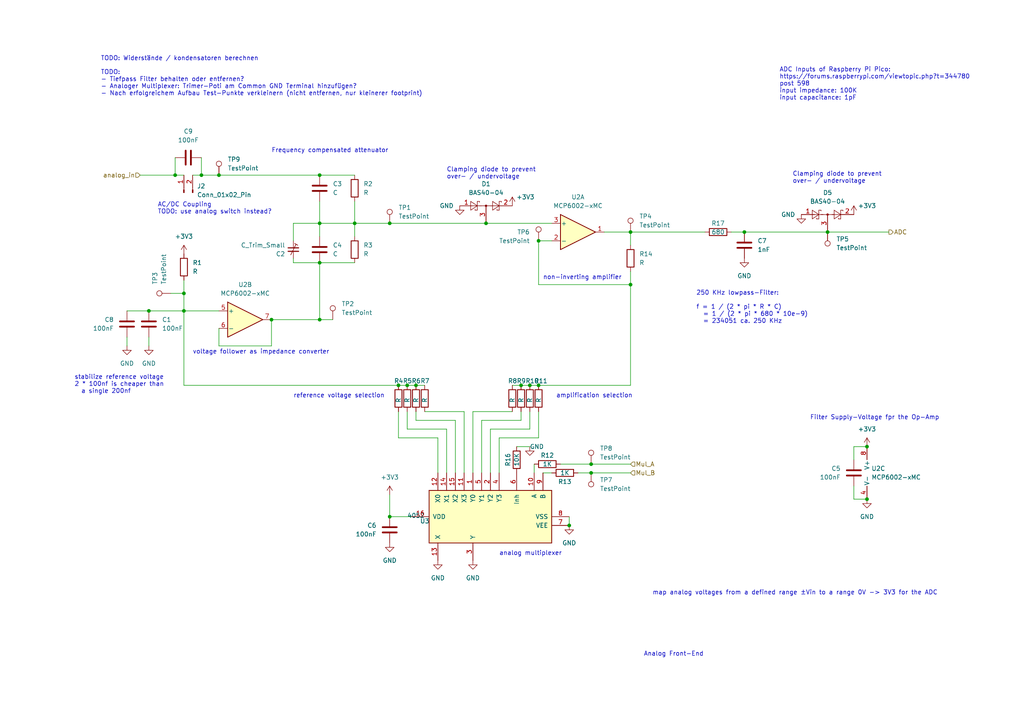
<source format=kicad_sch>
(kicad_sch (version 20230121) (generator eeschema)
  (paper "A4")
  (lib_symbols
    (symbol "4xxx:4052" (pin_names (offset 1.016))
      (property "Reference" "U" (at -7.62 19.05 0))
      (property "Value" "4052" (at -7.62 -19.05 0))
      (symbol "4052_1_0"
        (pin passive line (at -12.7 5.08 0) (length 5.08) (name "Y0") (number "1"))
        (pin input line (at -12.7 -12.7 0) (length 5.08) (name "A") (number "10"))
        (pin passive line (at -12.7 7.62 0) (length 5.08) (name "X3") (number "11"))
        (pin passive line (at -12.7 15.24 0) (length 5.08) (name "X0") (number "12"))
        (pin passive line (at 12.7 15.24 180) (length 5.08) (name "X") (number "13"))
        (pin passive line (at -12.7 12.7 0) (length 5.08) (name "X1") (number "14"))
        (pin passive line (at -12.7 10.16 0) (length 5.08) (name "X2") (number "15"))
        (pin power_in line (at 0 22.86 270) (length 5.08) (name "VDD") (number "16"))
        (pin passive line (at -12.7 0 0) (length 5.08) (name "Y2") (number "2"))
        (pin passive line (at 12.7 5.08 180) (length 5.08) (name "Y") (number "3"))
        (pin passive line (at -12.7 -2.54 0) (length 5.08) (name "Y3") (number "4"))
        (pin passive line (at -12.7 2.54 0) (length 5.08) (name "Y1") (number "5"))
        (pin input line (at -12.7 -7.62 0) (length 5.08) (name "Inh") (number "6"))
        (pin power_in line (at 2.54 -22.86 90) (length 5.08) (name "VEE") (number "7"))
        (pin power_in line (at 0 -22.86 90) (length 5.08) (name "VSS") (number "8"))
        (pin input line (at -12.7 -15.24 0) (length 5.08) (name "B") (number "9"))
      )
      (symbol "4052_1_1"
        (rectangle (start -7.62 17.78) (end 7.62 -17.78) (stroke (width 0.254)) (fill (type background)))
      )
    )
    (symbol "Amplifier_Operational:MCP6002-xMC" (pin_names (offset 0.127))
      (property "Reference" "U" (at 0 5.08 0))
      (property "Value" "MCP6002-xMC" (at 0 -5.08 0))
      (symbol "MCP6002-xMC_1_1"
        (polyline (pts (xy -5.08 5.08) (xy 5.08 0) (xy -5.08 -5.08) (xy -5.08 5.08)) (stroke (width 0.254)) (fill (type background)))
        (pin output line (at 7.62 0 180) (length 2.54) (name "~") (number "1"))
        (pin input line (at -7.62 -2.54 0) (length 2.54) (name "-") (number "2"))
        (pin input line (at -7.62 2.54 0) (length 2.54) (name "+") (number "3"))
      )
      (symbol "MCP6002-xMC_2_1"
        (polyline (pts (xy -5.08 5.08) (xy 5.08 0) (xy -5.08 -5.08) (xy -5.08 5.08)) (stroke (width 0.254)) (fill (type background)))
        (pin input line (at -7.62 2.54 0) (length 2.54) (name "+") (number "5"))
        (pin input line (at -7.62 -2.54 0) (length 2.54) (name "-") (number "6"))
        (pin output line (at 7.62 0 180) (length 2.54) (name "~") (number "7"))
      )
      (symbol "MCP6002-xMC_3_1"
        (pin power_in line (at -2.54 -7.62 90) (length 3.81) (name "V-") (number "4"))
        (pin power_in line (at -2.54 7.62 270) (length 3.81) (name "V+") (number "8"))
        (pin passive line (at -2.54 -7.62 90) (length 3.81) hide (name "V-") (number "9"))
      )
    )
    (symbol "Connector:Conn_01x02_Pin" (pin_names (offset 1.016) hide)
      (property "Reference" "J" (at 0 2.54 0))
      (property "Value" "Conn_01x02_Pin" (at 0 -5.08 0))
      (symbol "Conn_01x02_Pin_1_1"
        (polyline (pts (xy 1.27 -2.54) (xy 0.8636 -2.54)) (stroke (width 0.1524)))
        (polyline (pts (xy 1.27 0) (xy 0.8636 0)) (stroke (width 0.1524)))
        (rectangle (start 0.8636 -2.413) (end 0 -2.667) (stroke (width 0.1524)) (fill (type outline)))
        (rectangle (start 0.8636 0.127) (end 0 -0.127) (stroke (width 0.1524)) (fill (type outline)))
        (pin passive line (at 5.08 0 180) (length 3.81) (name "Pin_1") (number "1"))
        (pin passive line (at 5.08 -2.54 180) (length 3.81) (name "Pin_2") (number "2"))
      )
    )
    (symbol "Connector:TestPoint" (pin_numbers hide) (pin_names (offset 0.762) hide)
      (property "Reference" "TP" (at 0 6.858 0))
      (property "Value" "TestPoint" (at 0 5.08 0))
      (symbol "TestPoint_0_1"
        (circle (center 0 3.302) (radius 0.762))
      )
      (symbol "TestPoint_1_1"
        (pin passive line (at 0 0 90) (length 2.54) (name "1") (number "1"))
      )
    )
    (symbol "Device:C" (pin_numbers hide) (pin_names (offset 0.254))
      (property "Reference" "C" (at 0.635 2.54 0))
      (property "Value" "C" (at 0.635 -2.54 0))
      (symbol "C_0_1"
        (polyline (pts (xy -2.032 -0.762) (xy 2.032 -0.762)) (stroke (width 0.508)))
        (polyline (pts (xy -2.032 0.762) (xy 2.032 0.762)) (stroke (width 0.508)))
      )
      (symbol "C_1_1"
        (pin passive line (at 0 3.81 270) (length 2.794) (name "~") (number "1"))
        (pin passive line (at 0 -3.81 90) (length 2.794) (name "~") (number "2"))
      )
    )
    (symbol "Device:C_Trim_Small" (pin_numbers hide) (pin_names (offset 0.254) hide)
      (property "Reference" "C" (at 1.524 -2.032 0))
      (property "Value" "C_Trim_Small" (at 3.048 -3.556 0))
      (symbol "C_Trim_Small_0_1"
        (polyline (pts (xy -1.524 -0.508) (xy 1.524 -0.508)) (stroke (width 0.3048)))
        (polyline (pts (xy -1.524 0.508) (xy 1.524 0.508)) (stroke (width 0.3048)))
        (polyline (pts (xy 0.762 1.524) (xy -0.762 -1.524)) (stroke (width 0.1778)))
        (polyline (pts (xy 1.27 1.27) (xy 0.381 1.778)) (stroke (width 0.1778)))
      )
      (symbol "C_Trim_Small_1_1"
        (pin passive line (at 0 2.54 270) (length 2.032) (name "~") (number "1"))
        (pin passive line (at 0 -2.54 90) (length 2.032) (name "~") (number "2"))
      )
    )
    (symbol "Device:R" (pin_numbers hide) (pin_names (offset 0))
      (property "Reference" "R" (at 2.032 0 90))
      (property "Value" "R" (at 0 0 90))
      (symbol "R_0_1"
        (rectangle (start -1.016 -2.54) (end 1.016 2.54) (stroke (width 0.254)))
      )
      (symbol "R_1_1"
        (pin passive line (at 0 3.81 270) (length 1.27) (name "~") (number "1"))
        (pin passive line (at 0 -3.81 90) (length 1.27) (name "~") (number "2"))
      )
    )
    (symbol "Diode:BAS40-04" (pin_names (offset 1.016))
      (property "Reference" "D" (at 0.635 -1.27 0))
      (property "Value" "BAS40-04" (at -6.35 5.715 0))
      (symbol "BAS40-04_0_1"
        (polyline (pts (xy -3.81 2.54) (xy -1.27 2.54)))
        (polyline (pts (xy -3.175 1.27) (xy -3.175 1.524)))
        (polyline (pts (xy -2.54 1.27) (xy -3.175 1.27)))
        (polyline (pts (xy -2.54 1.27) (xy -2.54 3.81)))
        (polyline (pts (xy -2.54 3.81) (xy -1.905 3.81)))
        (polyline (pts (xy -1.905 2.54) (xy 1.905 2.54)))
        (polyline (pts (xy -1.905 3.81) (xy -1.905 3.556)))
        (polyline (pts (xy 1.27 2.54) (xy 3.81 2.54)))
        (polyline (pts (xy 3.175 1.27) (xy 3.175 1.524)))
        (polyline (pts (xy 3.81 1.27) (xy 3.175 1.27)))
        (polyline (pts (xy 3.81 1.27) (xy 3.81 3.81)))
        (polyline (pts (xy 3.81 3.81) (xy 4.445 3.81)))
        (polyline (pts (xy 4.445 3.81) (xy 4.445 3.556)))
        (polyline (pts (xy -4.445 3.81) (xy -4.445 1.27) (xy -2.54 2.54) (xy -4.445 3.81)))
        (polyline (pts (xy 1.905 3.81) (xy 1.905 1.27) (xy 3.81 2.54) (xy 1.905 3.81)))
        (circle (center 0 2.54) (radius 0.254) (fill (type outline)))
      )
      (symbol "BAS40-04_1_1"
        (pin passive line (at -7.62 2.54 0) (length 3.81) (name "~") (number "1"))
        (pin passive line (at 7.62 2.54 180) (length 3.81) (name "~") (number "2"))
        (pin passive line (at 0 -2.54 90) (length 5.08) (name "~") (number "3"))
      )
    )
    (symbol "power:+3V3" (power) (pin_names (offset 0))
      (property "Value" "+3V3" (at 0 3.556 0))
      (symbol "+3V3_0_1"
        (polyline (pts (xy -0.762 1.27) (xy 0 2.54)))
        (polyline (pts (xy 0 0) (xy 0 2.54)))
        (polyline (pts (xy 0 2.54) (xy 0.762 1.27)))
      )
      (symbol "+3V3_1_1"
        (pin power_in line (at 0 0 90) (length 0) hide (name "+3V3") (number "1"))
      )
    )
    (symbol "power:GND" (power) (pin_names (offset 0))
      (property "Value" "GND" (at 0 -3.81 0))
      (symbol "GND_0_1"
        (polyline (pts (xy 0 0) (xy 0 -1.27) (xy 1.27 -1.27) (xy 0 -2.54) (xy -1.27 -1.27) (xy 0 -1.27)))
      )
      (symbol "GND_1_1"
        (pin power_in line (at 0 0 270) (length 0) hide (name "GND") (number "1"))
      )
    )
  )
  (junction (at 215.9 67.31))
  (junction (at 171.45 134.62))
  (junction (at 120.65 111.76))
  (junction (at 53.34 85.09))
  (junction (at 115.57 111.76))
  (junction (at 251.46 144.78))
  (junction (at 153.67 111.76))
  (junction (at 113.03 64.77))
  (junction (at 165.1 152.4))
  (junction (at 43.18 90.17))
  (junction (at 92.71 92.71))
  (junction (at 78.74 92.71))
  (junction (at 156.21 69.85))
  (junction (at 182.88 82.55))
  (junction (at 92.71 76.2))
  (junction (at 182.88 67.31))
  (junction (at 58.42 50.8))
  (junction (at 240.03 67.31))
  (junction (at 113.03 149.86))
  (junction (at 102.87 64.77))
  (junction (at 171.45 137.16))
  (junction (at 118.11 111.76))
  (junction (at 63.5 50.8))
  (junction (at 156.21 111.76))
  (junction (at 53.34 90.17))
  (junction (at 50.8 50.8))
  (junction (at 92.71 50.8))
  (junction (at 151.13 111.76))
  (junction (at 140.97 64.77))
  (junction (at 251.46 129.54))
  (junction (at 92.71 64.77))
  (wire (pts (xy 129.54 124.46) (xy 129.54 137.16)))
  (wire (pts (xy 118.11 111.76) (xy 120.65 111.76)))
  (wire (pts (xy 127 127) (xy 115.57 127)))
  (wire (pts (xy 148.59 119.38) (xy 137.16 119.38)))
  (wire (pts (xy 153.67 124.46) (xy 142.24 124.46)))
  (wire (pts (xy 63.5 95.25) (xy 63.5 100.33)))
  (wire (pts (xy 165.1 149.86) (xy 165.1 152.4)))
  (wire (pts (xy 78.74 100.33) (xy 78.74 92.71)))
  (wire (pts (xy 151.13 119.38) (xy 151.13 121.92)))
  (wire (pts (xy 113.03 149.86) (xy 119.38 149.86)))
  (wire (pts (xy 113.03 143.51) (xy 113.03 149.86)))
  (wire (pts (xy 50.8 50.8) (xy 53.34 50.8)))
  (wire (pts (xy 157.48 137.16) (xy 160.02 137.16)))
  (wire (pts (xy 148.59 111.76) (xy 151.13 111.76)))
  (wire (pts (xy 142.24 124.46) (xy 142.24 137.16)))
  (wire (pts (xy 127 127) (xy 127 137.16)))
  (wire (pts (xy 132.08 121.92) (xy 132.08 137.16)))
  (wire (pts (xy 78.74 92.71) (xy 92.71 92.71)))
  (wire (pts (xy 118.11 124.46) (xy 118.11 119.38)))
  (wire (pts (xy 215.9 67.31) (xy 240.03 67.31)))
  (wire (pts (xy 53.34 90.17) (xy 53.34 111.76)))
  (wire (pts (xy 182.88 82.55) (xy 182.88 111.76)))
  (wire (pts (xy 156.21 111.76) (xy 182.88 111.76)))
  (wire (pts (xy 182.88 67.31) (xy 182.88 71.12)))
  (wire (pts (xy 212.09 67.31) (xy 215.9 67.31)))
  (wire (pts (xy 134.62 119.38) (xy 134.62 137.16)))
  (wire (pts (xy 134.62 119.38) (xy 123.19 119.38)))
  (wire (pts (xy 53.34 111.76) (xy 115.57 111.76)))
  (wire (pts (xy 85.09 76.2) (xy 92.71 76.2)))
  (wire (pts (xy 182.88 67.31) (xy 204.47 67.31)))
  (wire (pts (xy 113.03 64.77) (xy 140.97 64.77)))
  (wire (pts (xy 50.8 45.72) (xy 50.8 50.8)))
  (wire (pts (xy 102.87 58.42) (xy 102.87 64.77)))
  (wire (pts (xy 53.34 81.28) (xy 53.34 85.09)))
  (wire (pts (xy 144.78 127) (xy 156.21 127)))
  (wire (pts (xy 137.16 119.38) (xy 137.16 137.16)))
  (wire (pts (xy 129.54 124.46) (xy 118.11 124.46)))
  (wire (pts (xy 58.42 45.72) (xy 58.42 50.8)))
  (wire (pts (xy 182.88 78.74) (xy 182.88 82.55)))
  (wire (pts (xy 92.71 50.8) (xy 102.87 50.8)))
  (wire (pts (xy 144.78 137.16) (xy 144.78 127)))
  (wire (pts (xy 132.08 121.92) (xy 120.65 121.92)))
  (wire (pts (xy 53.34 90.17) (xy 63.5 90.17)))
  (wire (pts (xy 43.18 90.17) (xy 53.34 90.17)))
  (wire (pts (xy 156.21 82.55) (xy 182.88 82.55)))
  (wire (pts (xy 85.09 64.77) (xy 92.71 64.77)))
  (wire (pts (xy 247.65 129.54) (xy 251.46 129.54)))
  (wire (pts (xy 115.57 127) (xy 115.57 119.38)))
  (wire (pts (xy 120.65 111.76) (xy 123.19 111.76)))
  (wire (pts (xy 140.97 64.77) (xy 160.02 64.77)))
  (wire (pts (xy 92.71 58.42) (xy 92.71 64.77)))
  (wire (pts (xy 85.09 69.85) (xy 85.09 64.77)))
  (wire (pts (xy 49.53 85.09) (xy 53.34 85.09)))
  (wire (pts (xy 171.45 137.16) (xy 182.88 137.16)))
  (wire (pts (xy 43.18 97.79) (xy 43.18 100.33)))
  (wire (pts (xy 92.71 64.77) (xy 102.87 64.77)))
  (wire (pts (xy 58.42 50.8) (xy 63.5 50.8)))
  (wire (pts (xy 92.71 76.2) (xy 102.87 76.2)))
  (wire (pts (xy 55.88 50.8) (xy 58.42 50.8)))
  (wire (pts (xy 171.45 134.62) (xy 182.88 134.62)))
  (wire (pts (xy 156.21 127) (xy 156.21 119.38)))
  (wire (pts (xy 240.03 67.31) (xy 257.81 67.31)))
  (wire (pts (xy 36.83 97.79) (xy 36.83 100.33)))
  (wire (pts (xy 85.09 74.93) (xy 85.09 76.2)))
  (wire (pts (xy 167.64 137.16) (xy 171.45 137.16)))
  (wire (pts (xy 154.94 134.62) (xy 154.94 137.16)))
  (wire (pts (xy 160.02 69.85) (xy 156.21 69.85)))
  (wire (pts (xy 149.86 129.54) (xy 153.67 129.54)))
  (wire (pts (xy 153.67 119.38) (xy 153.67 124.46)))
  (wire (pts (xy 115.57 111.76) (xy 118.11 111.76)))
  (wire (pts (xy 120.65 121.92) (xy 120.65 119.38)))
  (wire (pts (xy 153.67 111.76) (xy 156.21 111.76)))
  (wire (pts (xy 151.13 121.92) (xy 139.7 121.92)))
  (wire (pts (xy 139.7 121.92) (xy 139.7 137.16)))
  (wire (pts (xy 63.5 100.33) (xy 78.74 100.33)))
  (wire (pts (xy 162.56 134.62) (xy 171.45 134.62)))
  (wire (pts (xy 102.87 64.77) (xy 113.03 64.77)))
  (wire (pts (xy 92.71 92.71) (xy 96.52 92.71)))
  (wire (pts (xy 156.21 69.85) (xy 156.21 82.55)))
  (wire (pts (xy 247.65 133.35) (xy 247.65 129.54)))
  (wire (pts (xy 247.65 144.78) (xy 251.46 144.78)))
  (wire (pts (xy 151.13 111.76) (xy 153.67 111.76)))
  (wire (pts (xy 247.65 140.97) (xy 247.65 144.78)))
  (wire (pts (xy 53.34 85.09) (xy 53.34 90.17)))
  (wire (pts (xy 102.87 64.77) (xy 102.87 68.58)))
  (wire (pts (xy 92.71 76.2) (xy 92.71 92.71)))
  (wire (pts (xy 92.71 64.77) (xy 92.71 68.58)))
  (wire (pts (xy 36.83 90.17) (xy 43.18 90.17)))
  (wire (pts (xy 50.8 50.8) (xy 40.64 50.8)))
  (wire (pts (xy 63.5 50.8) (xy 92.71 50.8)))
  (wire (pts (xy 175.26 67.31) (xy 182.88 67.31)))
  (text "voltage follower as impedance converter" (at 55.88 102.87 0) (effects (font (size 1.27 1.27)) (justify left bottom)))
  (text "250 KHz lowpass-Filter:\n\nf = 1 / (2 * pi * R * C)\n  = 1 / (2 * pi * 680 * 10e-9)\n  = 234051 ca. 250 KHz" (at 201.93 93.98 0) (effects (font (size 1.27 1.27)) (justify left bottom)))
  (text "TODO:\n- Tiefpass Filter behalten oder entfernen?\n- Analoger Multiplexer: Trimer-Poti am Common GND Terminal hinzufügen?\n- Nach erfolgreichem Aufbau Test-Punkte verkleinern (nicht entfernen, nur kleinerer footprint)" (at 29.21 27.94 0) (effects (font (size 1.27 1.27)) (justify left bottom)))
  (text "map analog voltages from a defined range ±Vin to a range 0V -> 3V3 for the ADC" (at 189.23 172.72 0) (effects (font (size 1.27 1.27)) (justify left bottom)))
  (text "ADC Inputs of Raspberry Pi Pico:\nhttps://forums.raspberrypi.com/viewtopic.php?t=344780\npost 598\ninput impedance: 100K\ninput capacitance: 1pF" (at 226.06 29.21 0) (effects (font (size 1.27 1.27)) (justify left bottom)))
  (text "reference voltage selection" (at 85.09 115.57 0) (effects (font (size 1.27 1.27)) (justify left bottom)))
  (text "analog multiplexer" (at 144.78 161.29 0) (effects (font (size 1.27 1.27)) (justify left bottom)))
  (text "Clamping diode to prevent\nover- / undervoltage" (at 229.87 53.34 0) (effects (font (size 1.27 1.27)) (justify left bottom)))
  (text "TODO: Widerstände / kondensatoren berechnen" (at 29.21 17.78 0) (effects (font (size 1.27 1.27)) (justify left bottom)))
  (text "AC/DC Coupling\nTODO: use analog switch instead?" (at 45.72 62.23 0) (effects (font (size 1.27 1.27)) (justify left bottom)))
  (text "Frequency compensated attenuator" (at 78.74 44.45 0) (effects (font (size 1.27 1.27)) (justify left bottom)))
  (text "non-inverting amplifier" (at 157.48 81.28 0) (effects (font (size 1.27 1.27)) (justify left bottom)))
  (text "amplification selection" (at 161.29 115.57 0) (effects (font (size 1.27 1.27)) (justify left bottom)))
  (text "Clamping diode to prevent\nover- / undervoltage" (at 129.54 52.07 0) (effects (font (size 1.27 1.27)) (justify left bottom)))
  (text "Analog Front-End" (at 186.69 190.5 0) (effects (font (size 1.27 1.27)) (justify left bottom)))
  (text "Filter Supply-Voltage fpr the Op-Amp" (at 234.95 121.92 0) (effects (font (size 1.27 1.27)) (justify left bottom)))
  (text "stabilize reference voltage\n2 * 100nf is cheaper than\n  a single 200nf" (at 21.59 114.3 0) (effects (font (size 1.27 1.27)) (justify left bottom)))
  (hierarchical_label "analog_in" (shape input) (at 40.64 50.8 180))
  (hierarchical_label "Mul_B" (shape input) (at 182.88 137.16 0))
  (hierarchical_label "ADC" (shape output) (at 257.81 67.31 0))
  (hierarchical_label "Mul_A" (shape input) (at 182.88 134.62 0))
  (symbol (lib_id "Connector:TestPoint") (at 96.52 92.71 0) (unit 1)
    (property "Reference" "TP2" (at 99.06 88.138 0) (effects (justify left)))
    (property "Value" "TestPoint" (at 99.06 90.678 0) (effects (justify left)))
    (property "Footprint" "TestPoint:TestPoint_Pad_D1.5mm" (effects hide))
  )
  (symbol (lib_id "Connector:Conn_01x02_Pin") (at 53.34 55.88 90) (unit 1)
    (property "Reference" "J2" (at 57.15 53.975 90) (effects (justify right)))
    (property "Value" "Conn_01x02_Pin" (at 57.15 56.515 90) (effects (justify right)))
    (property "Footprint" "Connector_PinHeader_2.54mm:PinHeader_1x02_P2.54mm_Vertical" (effects hide))
  )
  (symbol (lib_id "power:GND") (at 133.35 59.69 0) (unit 1)
    (property "Reference" "#PWR06" (effects hide))
    (property "Value" "GND" (at 129.54 59.69 0))
  )
  (symbol (lib_id "power:GND") (at 232.41 62.23 0) (unit 1)
    (property "Reference" "#PWR014" (effects hide))
    (property "Value" "GND" (at 228.6 62.23 0))
  )
  (symbol (lib_id "Connector:TestPoint") (at 63.5 50.8 0) (unit 1)
    (property "Reference" "TP9" (at 66.04 46.228 0) (effects (justify left)))
    (property "Value" "TestPoint" (at 66.04 48.768 0) (effects (justify left)))
    (property "Footprint" "TestPoint:TestPoint_Pad_D1.5mm" (effects hide))
  )
  (symbol (lib_id "Device:R") (at 123.19 115.57 0) (unit 1)
    (property "Reference" "R7" (at 121.92 110.49 0) (effects (justify left)))
    (property "Value" "R" (at 123.19 116.84 90) (effects (justify left)))
    (property "Footprint" "Resistor_SMD:R_0805_2012Metric_Pad1.20x1.40mm_HandSolder" (effects hide))
  )
  (symbol (lib_id "Amplifier_Operational:MCP6002-xMC") (at 71.12 92.71 0) (unit 2)
    (property "Reference" "U2" (at 71.12 82.55 0))
    (property "Value" "MCP6002-xMC" (at 71.12 85.09 0))
    (property "Footprint" "Package_DFN_QFN:DFN-8-1EP_3x2mm_P0.5mm_EP1.75x1.45mm" (effects hide))
    (property "Datasheet" "http://ww1.microchip.com/downloads/en/DeviceDoc/21733j.pdf" (effects hide))
    (property "Reichelt Part-Number" "MCP 6002-I/SN" (effects hide))
  )
  (symbol (lib_id "power:+3V3") (at 53.34 73.66 0) (unit 1)
    (property "Reference" "#PWR03" (effects hide))
    (property "Value" "+3V3" (at 53.34 68.58 0))
  )
  (symbol (lib_id "Device:C") (at 54.61 45.72 90) (unit 1)
    (property "Reference" "C9" (at 54.61 38.1 90))
    (property "Value" "100nF" (at 54.61 40.64 90))
    (property "Footprint" "Capacitor_SMD:C_0805_2012Metric_Pad1.18x1.45mm_HandSolder" (effects hide))
  )
  (symbol (lib_id "Device:R") (at 102.87 54.61 0) (unit 1)
    (property "Reference" "R2" (at 105.41 53.34 0) (effects (justify left)))
    (property "Value" "R" (at 105.41 55.88 0) (effects (justify left)))
    (property "Footprint" "Resistor_SMD:R_0805_2012Metric_Pad1.20x1.40mm_HandSolder" (effects hide))
  )
  (symbol (lib_id "Connector:TestPoint") (at 240.03 67.31 180) (unit 1)
    (property "Reference" "TP5" (at 242.57 69.342 0) (effects (justify right)))
    (property "Value" "TestPoint" (at 242.57 71.882 0) (effects (justify right)))
    (property "Footprint" "TestPoint:TestPoint_Pad_D1.5mm" (effects hide))
  )
  (symbol (lib_id "power:GND") (at 43.18 100.33 0) (unit 1)
    (property "Reference" "#PWR02" (effects hide))
    (property "Value" "GND" (at 43.18 105.41 0))
  )
  (symbol (lib_id "Device:R") (at 118.11 115.57 0) (unit 1)
    (property "Reference" "R5" (at 116.84 110.49 0) (effects (justify left)))
    (property "Value" "R" (at 118.11 116.84 90) (effects (justify left)))
    (property "Footprint" "Resistor_SMD:R_0805_2012Metric_Pad1.20x1.40mm_HandSolder" (effects hide))
  )
  (symbol (lib_id "power:+3V3") (at 113.03 143.51 0) (unit 1)
    (property "Reference" "#PWR04" (effects hide))
    (property "Value" "+3V3" (at 113.03 138.43 0))
  )
  (symbol (lib_id "Device:R") (at 120.65 115.57 0) (unit 1)
    (property "Reference" "R6" (at 119.38 110.49 0) (effects (justify left)))
    (property "Value" "R" (at 120.65 116.84 90) (effects (justify left)))
    (property "Footprint" "Resistor_SMD:R_0805_2012Metric_Pad1.20x1.40mm_HandSolder" (effects hide))
  )
  (symbol (lib_id "power:GND") (at 36.83 100.33 0) (unit 1)
    (property "Reference" "#PWR024" (effects hide))
    (property "Value" "GND" (at 36.83 105.41 0))
  )
  (symbol (lib_id "Device:R") (at 158.75 134.62 90) (unit 1)
    (property "Reference" "R12" (at 158.75 132.08 90))
    (property "Value" "1K" (at 158.75 134.62 90))
    (property "Footprint" "Resistor_SMD:R_0805_2012Metric_Pad1.20x1.40mm_HandSolder" (effects hide))
  )
  (symbol (lib_id "Device:C") (at 247.65 137.16 0) (mirror y) (unit 1)
    (property "Reference" "C5" (at 243.84 135.89 0) (effects (justify left)))
    (property "Value" "100nF" (at 243.84 138.43 0) (effects (justify left)))
    (property "Footprint" "Capacitor_SMD:C_0805_2012Metric_Pad1.18x1.45mm_HandSolder" (effects hide))
  )
  (symbol (lib_id "power:+3V3") (at 247.65 62.23 0) (unit 1)
    (property "Reference" "#PWR013" (effects hide))
    (property "Value" "+3V3" (at 251.46 59.69 0))
  )
  (symbol (lib_id "Connector:TestPoint") (at 171.45 134.62 0) (unit 1)
    (property "Reference" "TP8" (at 173.99 130.048 0) (effects (justify left)))
    (property "Value" "TestPoint" (at 173.99 132.588 0) (effects (justify left)))
    (property "Footprint" "TestPoint:TestPoint_Pad_D1.5mm" (effects hide))
  )
  (symbol (lib_id "Device:R") (at 53.34 77.47 0) (unit 1)
    (property "Reference" "R1" (at 55.88 76.2 0) (effects (justify left)))
    (property "Value" "R" (at 55.88 78.74 0) (effects (justify left)))
    (property "Footprint" "Resistor_SMD:R_0805_2012Metric_Pad1.20x1.40mm_HandSolder" (effects hide))
  )
  (symbol (lib_id "Connector:TestPoint") (at 182.88 67.31 0) (unit 1)
    (property "Reference" "TP4" (at 185.42 62.738 0) (effects (justify left)))
    (property "Value" "TestPoint" (at 185.42 65.278 0) (effects (justify left)))
    (property "Footprint" "TestPoint:TestPoint_Pad_D1.5mm" (effects hide))
  )
  (symbol (lib_id "4xxx:4052") (at 142.24 149.86 90) (mirror x) (unit 1)
    (property "Reference" "U3" (at 123.19 151.13 90))
    (property "Value" "4052" (at 120.65 149.5359 90))
    (property "Footprint" "Package_SO:SSOP-16_5.3x6.2mm_P0.65mm" (effects hide))
    (property "Datasheet" "http://www.intersil.com/content/dam/Intersil/documents/cd40/cd4051bms-52bms-53bms.pdf" (effects hide))
  )
  (symbol (lib_id "Device:R") (at 151.13 115.57 0) (unit 1)
    (property "Reference" "R9" (at 149.86 110.49 0) (effects (justify left)))
    (property "Value" "R" (at 151.13 116.84 90) (effects (justify left)))
    (property "Footprint" "Resistor_SMD:R_0805_2012Metric_Pad1.20x1.40mm_HandSolder" (effects hide))
  )
  (symbol (lib_id "Connector:TestPoint") (at 49.53 85.09 90) (unit 1)
    (property "Reference" "TP3" (at 44.958 82.55 0) (effects (justify left)))
    (property "Value" "TestPoint" (at 47.498 82.55 0) (effects (justify left)))
    (property "Footprint" "TestPoint:TestPoint_Pad_D1.5mm" (effects hide))
  )
  (symbol (lib_id "Amplifier_Operational:MCP6002-xMC") (at 167.64 67.31 0) (unit 1)
    (property "Reference" "U2" (at 167.64 57.15 0))
    (property "Value" "MCP6002-xMC" (at 167.64 59.69 0))
    (property "Footprint" "Package_DFN_QFN:DFN-8-1EP_3x2mm_P0.5mm_EP1.75x1.45mm" (effects hide))
    (property "Datasheet" "http://ww1.microchip.com/downloads/en/DeviceDoc/21733j.pdf" (effects hide))
    (property "Reichelt Part-Number" "MCP 6002-I/SN" (effects hide))
  )
  (symbol (lib_id "Device:R") (at 148.59 115.57 0) (unit 1)
    (property "Reference" "R8" (at 147.32 110.49 0) (effects (justify left)))
    (property "Value" "R" (at 148.59 116.84 90) (effects (justify left)))
    (property "Footprint" "Resistor_SMD:R_0805_2012Metric_Pad1.20x1.40mm_HandSolder" (effects hide))
  )
  (symbol (lib_id "Device:R") (at 153.67 115.57 0) (unit 1)
    (property "Reference" "R10" (at 152.4 110.49 0) (effects (justify left)))
    (property "Value" "R" (at 153.67 116.84 90) (effects (justify left)))
    (property "Footprint" "Resistor_SMD:R_0805_2012Metric_Pad1.20x1.40mm_HandSolder" (effects hide))
  )
  (symbol (lib_id "Device:R") (at 149.86 133.35 180) (unit 1)
    (property "Reference" "R16" (at 147.32 133.35 90))
    (property "Value" "10K" (at 149.86 133.35 90))
    (property "Footprint" "Resistor_SMD:R_0805_2012Metric_Pad1.20x1.40mm_HandSolder" (effects hide))
  )
  (symbol (lib_id "Device:C") (at 92.71 72.39 0) (unit 1)
    (property "Reference" "C4" (at 96.52 71.12 0) (effects (justify left)))
    (property "Value" "C" (at 96.52 73.66 0) (effects (justify left)))
    (property "Footprint" "Capacitor_SMD:C_0805_2012Metric_Pad1.18x1.45mm_HandSolder" (effects hide))
  )
  (symbol (lib_id "Device:R") (at 208.28 67.31 90) (unit 1)
    (property "Reference" "R17" (at 208.28 64.77 90))
    (property "Value" "680" (at 208.28 67.31 90))
    (property "Footprint" "Resistor_SMD:R_0805_2012Metric_Pad1.20x1.40mm_HandSolder" (effects hide))
  )
  (symbol (lib_id "power:+3V3") (at 148.59 59.69 0) (unit 1)
    (property "Reference" "#PWR07" (effects hide))
    (property "Value" "+3V3" (at 152.4 57.15 0))
  )
  (symbol (lib_id "Device:R") (at 182.88 74.93 0) (unit 1)
    (property "Reference" "R14" (at 185.42 73.66 0) (effects (justify left)))
    (property "Value" "R" (at 185.42 76.2 0) (effects (justify left)))
    (property "Footprint" "Resistor_SMD:R_0805_2012Metric_Pad1.20x1.40mm_HandSolder" (effects hide))
  )
  (symbol (lib_id "Connector:TestPoint") (at 171.45 137.16 180) (unit 1)
    (property "Reference" "TP7" (at 173.99 139.192 0) (effects (justify right)))
    (property "Value" "TestPoint" (at 173.99 141.732 0) (effects (justify right)))
    (property "Footprint" "TestPoint:TestPoint_Pad_D1.5mm" (effects hide))
  )
  (symbol (lib_id "power:+3V3") (at 251.46 129.54 0) (unit 1)
    (property "Reference" "#PWR010" (effects hide))
    (property "Value" "+3V3" (at 251.46 124.46 0))
  )
  (symbol (lib_id "Device:C_Trim_Small") (at 85.09 72.39 0) (unit 1)
    (property "Reference" "C2" (at 80.01 73.66 0) (effects (justify left)))
    (property "Value" "C_Trim_Small" (at 69.85 71.12 0) (effects (justify left)))
    (property "Footprint" "additional_parts:c_trim_D5.08mm_P5.08mm" (effects hide))
  )
  (symbol (lib_id "Device:C") (at 113.03 153.67 0) (mirror y) (unit 1)
    (property "Reference" "C6" (at 109.22 152.4 0) (effects (justify left)))
    (property "Value" "100nF" (at 109.22 154.94 0) (effects (justify left)))
    (property "Footprint" "Capacitor_SMD:C_0805_2012Metric_Pad1.18x1.45mm_HandSolder" (effects hide))
  )
  (symbol (lib_id "power:GND") (at 137.16 162.56 0) (unit 1)
    (property "Reference" "#PWR08" (effects hide))
    (property "Value" "GND" (at 137.16 167.64 0))
  )
  (symbol (lib_id "Connector:TestPoint") (at 156.21 69.85 0) (mirror y) (unit 1)
    (property "Reference" "TP6" (at 153.67 67.31 0) (effects (justify left)))
    (property "Value" "TestPoint" (at 153.67 69.85 0) (effects (justify left)))
    (property "Footprint" "TestPoint:TestPoint_Pad_D1.5mm" (effects hide))
  )
  (symbol (lib_id "power:GND") (at 251.46 144.78 0) (unit 1)
    (property "Reference" "#PWR011" (effects hide))
    (property "Value" "GND" (at 251.46 149.86 0))
  )
  (symbol (lib_id "Device:C") (at 43.18 93.98 0) (unit 1)
    (property "Reference" "C1" (at 46.99 92.71 0) (effects (justify left)))
    (property "Value" "100nF" (at 46.99 95.25 0) (effects (justify left)))
    (property "Footprint" "Capacitor_SMD:C_0805_2012Metric_Pad1.18x1.45mm_HandSolder" (effects hide))
  )
  (symbol (lib_id "power:GND") (at 153.67 129.54 0) (unit 1)
    (property "Reference" "#PWR012" (effects hide))
    (property "Value" "GND" (at 153.67 129.54 0) (effects (justify left)))
  )
  (symbol (lib_id "power:GND") (at 113.03 157.48 0) (unit 1)
    (property "Reference" "#PWR022" (effects hide))
    (property "Value" "GND" (at 113.03 162.56 0))
  )
  (symbol (lib_id "Device:C") (at 92.71 54.61 0) (unit 1)
    (property "Reference" "C3" (at 96.52 53.34 0) (effects (justify left)))
    (property "Value" "C" (at 96.52 55.88 0) (effects (justify left)))
    (property "Footprint" "Capacitor_SMD:C_0805_2012Metric_Pad1.18x1.45mm_HandSolder" (effects hide))
  )
  (symbol (lib_id "Diode:BAS40-04") (at 240.03 64.77 0) (unit 1)
    (property "Reference" "D5" (at 240.03 55.88 0))
    (property "Value" "BAS40-04" (at 240.03 58.42 0))
    (property "Footprint" "Package_TO_SOT_SMD:SOT-23" (effects hide))
    (property "Datasheet" "http://www.vishay.com/docs/85701/bas40v.pdf" (effects hide))
    (property "Reichelt Part-Number" "BAS 40-04 SMD" (effects hide))
  )
  (symbol (lib_id "Device:R") (at 156.21 115.57 0) (unit 1)
    (property "Reference" "R11" (at 154.94 110.49 0) (effects (justify left)))
    (property "Value" "R" (at 156.21 116.84 90) (effects (justify left)))
    (property "Footprint" "Resistor_SMD:R_0805_2012Metric_Pad1.20x1.40mm_HandSolder" (effects hide))
  )
  (symbol (lib_id "Diode:BAS40-04") (at 140.97 62.23 0) (unit 1)
    (property "Reference" "D1" (at 140.97 53.34 0))
    (property "Value" "BAS40-04" (at 140.97 55.88 0))
    (property "Footprint" "Package_TO_SOT_SMD:SOT-23" (effects hide))
    (property "Datasheet" "http://www.vishay.com/docs/85701/bas40v.pdf" (effects hide))
    (property "Reichelt Part-Number" "BAS 40-04 SMD" (effects hide))
  )
  (symbol (lib_id "Device:C") (at 215.9 71.12 0) (unit 1)
    (property "Reference" "C7" (at 219.71 69.85 0) (effects (justify left)))
    (property "Value" "1nF" (at 219.71 72.39 0) (effects (justify left)))
    (property "Footprint" "Capacitor_SMD:C_0805_2012Metric_Pad1.18x1.45mm_HandSolder" (effects hide))
  )
  (symbol (lib_id "Device:R") (at 163.83 137.16 90) (mirror x) (unit 1)
    (property "Reference" "R13" (at 163.83 139.7 90))
    (property "Value" "1K" (at 163.83 137.16 90))
    (property "Footprint" "Resistor_SMD:R_0805_2012Metric_Pad1.20x1.40mm_HandSolder" (effects hide))
  )
  (symbol (lib_id "Connector:TestPoint") (at 113.03 64.77 0) (unit 1)
    (property "Reference" "TP1" (at 115.57 60.198 0) (effects (justify left)))
    (property "Value" "TestPoint" (at 115.57 62.738 0) (effects (justify left)))
    (property "Footprint" "TestPoint:TestPoint_Pad_D1.5mm" (effects hide))
  )
  (symbol (lib_id "power:GND") (at 215.9 74.93 0) (unit 1)
    (property "Reference" "#PWR023" (effects hide))
    (property "Value" "GND" (at 215.9 80.01 0))
  )
  (symbol (lib_id "Device:C") (at 36.83 93.98 0) (mirror y) (unit 1)
    (property "Reference" "C8" (at 33.02 92.71 0) (effects (justify left)))
    (property "Value" "100nF" (at 33.02 95.25 0) (effects (justify left)))
    (property "Footprint" "Capacitor_SMD:C_0805_2012Metric_Pad1.18x1.45mm_HandSolder" (effects hide))
  )
  (symbol (lib_id "Device:R") (at 102.87 72.39 0) (unit 1)
    (property "Reference" "R3" (at 105.41 71.12 0) (effects (justify left)))
    (property "Value" "R" (at 105.41 73.66 0) (effects (justify left)))
    (property "Footprint" "Resistor_SMD:R_0805_2012Metric_Pad1.20x1.40mm_HandSolder" (effects hide))
  )
  (symbol (lib_id "Device:R") (at 115.57 115.57 0) (unit 1)
    (property "Reference" "R4" (at 114.3 110.49 0) (effects (justify left)))
    (property "Value" "R" (at 115.57 116.84 90) (effects (justify left)))
    (property "Footprint" "Resistor_SMD:R_0805_2012Metric_Pad1.20x1.40mm_HandSolder" (effects hide))
  )
  (symbol (lib_id "power:GND") (at 127 162.56 0) (unit 1)
    (property "Reference" "#PWR05" (effects hide))
    (property "Value" "GND" (at 127 167.64 0))
  )
  (symbol (lib_id "Amplifier_Operational:MCP6002-xMC") (at 254 137.16 0) (unit 3)
    (property "Reference" "U2" (at 252.73 135.89 0) (effects (justify left)))
    (property "Value" "MCP6002-xMC" (at 252.73 138.43 0) (effects (justify left)))
    (property "Footprint" "Package_DFN_QFN:DFN-8-1EP_3x2mm_P0.5mm_EP1.75x1.45mm" (effects hide))
    (property "Datasheet" "http://ww1.microchip.com/downloads/en/DeviceDoc/21733j.pdf" (effects hide))
    (property "Reichelt Part-Number" "MCP 6002-I/SN" (effects hide))
  )
  (symbol (lib_id "power:GND") (at 165.1 152.4 0) (unit 1)
    (property "Reference" "#PWR09" (effects hide))
    (property "Value" "GND" (at 165.1 157.48 0))
  )
)
</source>
